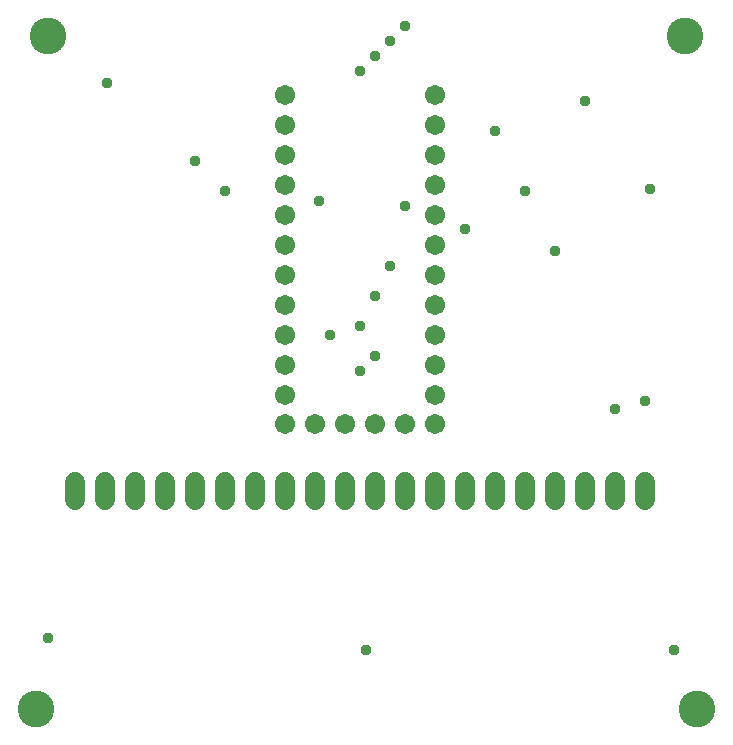
<source format=gbr>
G04 EAGLE Gerber RS-274X export*
G75*
%MOMM*%
%FSLAX34Y34*%
%LPD*%
%INSoldermask Bottom*%
%IPPOS*%
%AMOC8*
5,1,8,0,0,1.08239X$1,22.5*%
G01*
%ADD10C,3.103200*%
%ADD11C,1.727200*%
%ADD12C,1.711200*%
%ADD13C,0.959600*%


D10*
X40000Y601000D03*
X580000Y601000D03*
X30000Y31000D03*
X590000Y31000D03*
D11*
X546100Y207680D02*
X546100Y222920D01*
X520700Y222920D02*
X520700Y207680D01*
X495300Y207680D02*
X495300Y222920D01*
X469900Y222920D02*
X469900Y207680D01*
X444500Y207680D02*
X444500Y222920D01*
X419100Y222920D02*
X419100Y207680D01*
X393700Y207680D02*
X393700Y222920D01*
X368300Y222920D02*
X368300Y207680D01*
X342900Y207680D02*
X342900Y222920D01*
X317500Y222920D02*
X317500Y207680D01*
X292100Y207680D02*
X292100Y222920D01*
X266700Y222920D02*
X266700Y207680D01*
X241300Y207680D02*
X241300Y222920D01*
X215900Y222920D02*
X215900Y207680D01*
X190500Y207680D02*
X190500Y222920D01*
X165100Y222920D02*
X165100Y207680D01*
X139700Y207680D02*
X139700Y222920D01*
X114300Y222920D02*
X114300Y207680D01*
X88900Y207680D02*
X88900Y222920D01*
X63500Y222920D02*
X63500Y207680D01*
D12*
X241300Y550580D03*
X241300Y525180D03*
X241300Y499780D03*
X241300Y474380D03*
X241300Y448980D03*
X241300Y423580D03*
X241300Y398180D03*
X241300Y372780D03*
X241300Y347380D03*
X241300Y321980D03*
X241300Y296580D03*
X368300Y296580D03*
X368300Y321980D03*
X368300Y347380D03*
X368300Y372780D03*
X368300Y398180D03*
X368300Y423580D03*
X368300Y448980D03*
X368300Y474380D03*
X368300Y499780D03*
X368300Y525180D03*
X368300Y550580D03*
X241300Y272450D03*
X266700Y272450D03*
X292100Y272450D03*
X317500Y272450D03*
X342900Y272450D03*
X368300Y272450D03*
D13*
X393700Y437550D03*
X317500Y329600D03*
X495300Y545500D03*
X469900Y418500D03*
X444500Y469300D03*
X419100Y520100D03*
X546100Y291500D03*
X520700Y285150D03*
X304800Y316900D03*
X279400Y347380D03*
X190500Y469300D03*
X165100Y494700D03*
X304800Y355000D03*
X304800Y570900D03*
X317500Y380400D03*
X317500Y583600D03*
X330200Y405800D03*
X330200Y596300D03*
X342900Y456600D03*
X342900Y609000D03*
X270000Y461000D03*
X90000Y561000D03*
X550000Y471000D03*
X40000Y91000D03*
X310000Y81000D03*
X570000Y81000D03*
M02*

</source>
